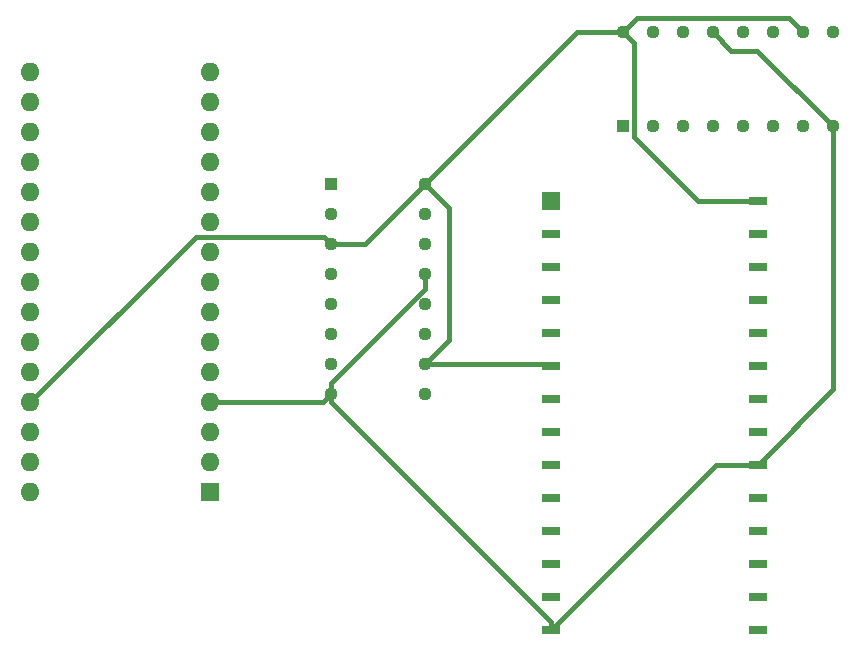
<source format=gbl>
G04 #@! TF.GenerationSoftware,KiCad,Pcbnew,9.0.0*
G04 #@! TF.CreationDate,2025-03-04T20:42:06+02:00*
G04 #@! TF.ProjectId,EEPROMProgrammer,45455052-4f4d-4507-926f-6772616d6d65,rev?*
G04 #@! TF.SameCoordinates,Original*
G04 #@! TF.FileFunction,Copper,L4,Bot*
G04 #@! TF.FilePolarity,Positive*
%FSLAX46Y46*%
G04 Gerber Fmt 4.6, Leading zero omitted, Abs format (unit mm)*
G04 Created by KiCad (PCBNEW 9.0.0) date 2025-03-04 20:42:06*
%MOMM*%
%LPD*%
G01*
G04 APERTURE LIST*
G04 #@! TA.AperFunction,ComponentPad*
%ADD10R,1.130000X1.130000*%
G04 #@! TD*
G04 #@! TA.AperFunction,ComponentPad*
%ADD11C,1.130000*%
G04 #@! TD*
G04 #@! TA.AperFunction,ComponentPad*
%ADD12R,1.524000X1.524000*%
G04 #@! TD*
G04 #@! TA.AperFunction,ComponentPad*
%ADD13R,1.524000X0.635000*%
G04 #@! TD*
G04 #@! TA.AperFunction,ComponentPad*
%ADD14R,1.600000X1.600000*%
G04 #@! TD*
G04 #@! TA.AperFunction,ComponentPad*
%ADD15O,1.600000X1.600000*%
G04 #@! TD*
G04 #@! TA.AperFunction,Conductor*
%ADD16C,0.400000*%
G04 #@! TD*
G04 APERTURE END LIST*
D10*
X150300000Y-52800000D03*
D11*
X150300000Y-55340000D03*
X150300000Y-57880000D03*
X150300000Y-60420000D03*
X150300000Y-62960000D03*
X150300000Y-65500000D03*
X150300000Y-68040000D03*
X150300000Y-70580000D03*
X158240000Y-70580000D03*
X158240000Y-68040000D03*
X158240000Y-65500000D03*
X158240000Y-62960000D03*
X158240000Y-60420000D03*
X158240000Y-57880000D03*
X158240000Y-55340000D03*
X158240000Y-52800000D03*
D10*
X175020000Y-47900000D03*
D11*
X177560000Y-47900000D03*
X180100000Y-47900000D03*
X182640000Y-47900000D03*
X185180000Y-47900000D03*
X187720000Y-47900000D03*
X190260000Y-47900000D03*
X192800000Y-47900000D03*
X192800000Y-39960000D03*
X190260000Y-39960000D03*
X187720000Y-39960000D03*
X185180000Y-39960000D03*
X182640000Y-39960000D03*
X180100000Y-39960000D03*
X177560000Y-39960000D03*
X175020000Y-39960000D03*
D12*
X168900000Y-54224000D03*
D13*
X168900000Y-57018000D03*
X168900000Y-59812000D03*
X168900000Y-62606000D03*
X168900000Y-65400000D03*
X168900000Y-68194000D03*
X168900000Y-70988000D03*
X168900000Y-73782000D03*
X168900000Y-76576000D03*
X168900000Y-79370000D03*
X168900000Y-82164000D03*
X168900000Y-84958000D03*
X168900000Y-87752000D03*
X168900000Y-90546000D03*
X186400600Y-90546000D03*
X186400600Y-87752000D03*
X186400600Y-84958000D03*
X186400600Y-82164000D03*
X186400600Y-79370000D03*
X186400600Y-76576000D03*
X186400600Y-73782000D03*
X186400600Y-70988000D03*
X186400600Y-68194000D03*
X186400600Y-65400000D03*
X186400600Y-62606000D03*
X186400600Y-59812000D03*
X186400600Y-57018000D03*
X186400600Y-54224000D03*
D14*
X140040000Y-78920000D03*
D15*
X140040000Y-76380000D03*
X140040000Y-73840000D03*
X140040000Y-71300000D03*
X140040000Y-68760000D03*
X140040000Y-66220000D03*
X140040000Y-63680000D03*
X140040000Y-61140000D03*
X140040000Y-58600000D03*
X140040000Y-56060000D03*
X140040000Y-53520000D03*
X140040000Y-50980000D03*
X140040000Y-48440000D03*
X140040000Y-45900000D03*
X140040000Y-43360000D03*
X124800000Y-43360000D03*
X124800000Y-45900000D03*
X124800000Y-48440000D03*
X124800000Y-50980000D03*
X124800000Y-53520000D03*
X124800000Y-56060000D03*
X124800000Y-58600000D03*
X124800000Y-61140000D03*
X124800000Y-63680000D03*
X124800000Y-66220000D03*
X124800000Y-68760000D03*
X124800000Y-71300000D03*
X124800000Y-73840000D03*
X124800000Y-76380000D03*
X124800000Y-78920000D03*
D16*
X184180000Y-41500000D02*
X182640000Y-39960000D01*
X186400000Y-41500000D02*
X184180000Y-41500000D01*
X192800000Y-47900000D02*
X186400000Y-41500000D01*
X175913000Y-40853000D02*
X175020000Y-39960000D01*
X175913000Y-48793000D02*
X175913000Y-40853000D01*
X181344000Y-54224000D02*
X175913000Y-48793000D01*
X186400600Y-54224000D02*
X181344000Y-54224000D01*
X192800000Y-70176600D02*
X192800000Y-47900000D01*
X186400600Y-76576000D02*
X192800000Y-70176600D01*
X168954000Y-90546000D02*
X182924000Y-76576000D01*
X168900000Y-90546000D02*
X168954000Y-90546000D01*
X182924000Y-76576000D02*
X186400600Y-76576000D01*
X150300000Y-71300000D02*
X168900000Y-89900000D01*
X168900000Y-89900000D02*
X168900000Y-90546000D01*
X150300000Y-70580000D02*
X150300000Y-71300000D01*
X158240000Y-61697107D02*
X158240000Y-60420000D01*
X150300000Y-69637107D02*
X158240000Y-61697107D01*
X150300000Y-70580000D02*
X150300000Y-69637107D01*
X149580000Y-71300000D02*
X150300000Y-70580000D01*
X140040000Y-71300000D02*
X149580000Y-71300000D01*
X168746000Y-68040000D02*
X168900000Y-68194000D01*
X158240000Y-68040000D02*
X168746000Y-68040000D01*
X160250000Y-66030000D02*
X160250000Y-54810000D01*
X160250000Y-54810000D02*
X158240000Y-52800000D01*
X158240000Y-68040000D02*
X160250000Y-66030000D01*
X176230000Y-38750000D02*
X175020000Y-39960000D01*
X189050000Y-38750000D02*
X176230000Y-38750000D01*
X190260000Y-39960000D02*
X189050000Y-38750000D01*
X171080000Y-39960000D02*
X175020000Y-39960000D01*
X158240000Y-52800000D02*
X171080000Y-39960000D01*
X153160000Y-57880000D02*
X158240000Y-52800000D01*
X150300000Y-57880000D02*
X153160000Y-57880000D01*
X149670000Y-57250000D02*
X150300000Y-57880000D01*
X138850000Y-57250000D02*
X149670000Y-57250000D01*
X124800000Y-71300000D02*
X138850000Y-57250000D01*
M02*

</source>
